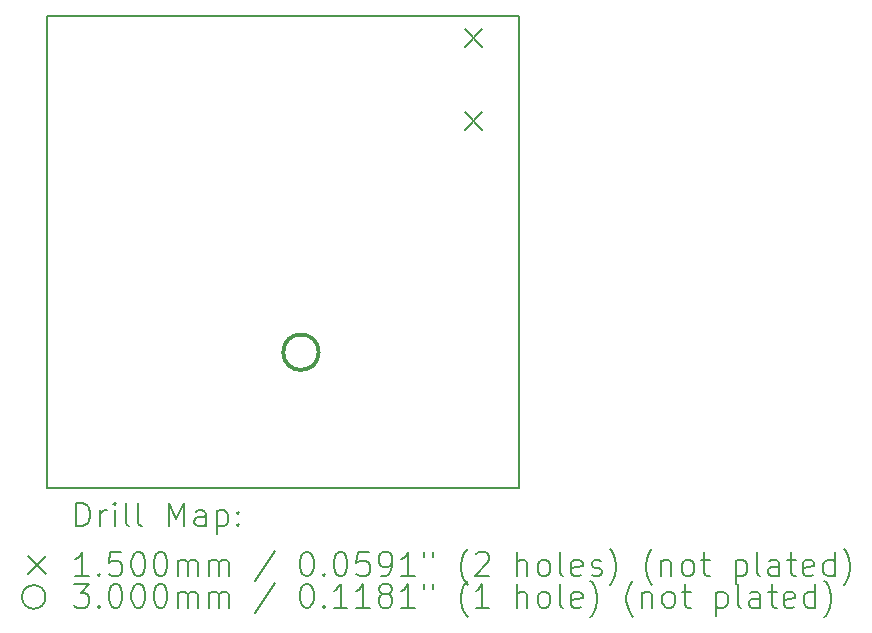
<source format=gbr>
%TF.GenerationSoftware,KiCad,Pcbnew,9.0.2*%
%TF.CreationDate,2025-07-15T04:36:49-04:00*%
%TF.ProjectId,FBT,4642542e-6b69-4636-9164-5f7063625858,rev?*%
%TF.SameCoordinates,Original*%
%TF.FileFunction,Drillmap*%
%TF.FilePolarity,Positive*%
%FSLAX45Y45*%
G04 Gerber Fmt 4.5, Leading zero omitted, Abs format (unit mm)*
G04 Created by KiCad (PCBNEW 9.0.2) date 2025-07-15 04:36:49*
%MOMM*%
%LPD*%
G01*
G04 APERTURE LIST*
%ADD10C,0.200000*%
%ADD11C,0.150000*%
%ADD12C,0.300000*%
G04 APERTURE END LIST*
D10*
X9700000Y-9572000D02*
X13700000Y-9572000D01*
X13700000Y-13572000D01*
X9700000Y-13572000D01*
X9700000Y-9572000D01*
D11*
X13237000Y-9685000D02*
X13387000Y-9835000D01*
X13387000Y-9685000D02*
X13237000Y-9835000D01*
X13237000Y-10385000D02*
X13387000Y-10535000D01*
X13387000Y-10385000D02*
X13237000Y-10535000D01*
D12*
X12002000Y-12420000D02*
G75*
G02*
X11702000Y-12420000I-150000J0D01*
G01*
X11702000Y-12420000D02*
G75*
G02*
X12002000Y-12420000I150000J0D01*
G01*
D10*
X9950777Y-13893484D02*
X9950777Y-13693484D01*
X9950777Y-13693484D02*
X9998396Y-13693484D01*
X9998396Y-13693484D02*
X10026967Y-13703008D01*
X10026967Y-13703008D02*
X10046015Y-13722055D01*
X10046015Y-13722055D02*
X10055539Y-13741103D01*
X10055539Y-13741103D02*
X10065063Y-13779198D01*
X10065063Y-13779198D02*
X10065063Y-13807769D01*
X10065063Y-13807769D02*
X10055539Y-13845865D01*
X10055539Y-13845865D02*
X10046015Y-13864912D01*
X10046015Y-13864912D02*
X10026967Y-13883960D01*
X10026967Y-13883960D02*
X9998396Y-13893484D01*
X9998396Y-13893484D02*
X9950777Y-13893484D01*
X10150777Y-13893484D02*
X10150777Y-13760150D01*
X10150777Y-13798246D02*
X10160301Y-13779198D01*
X10160301Y-13779198D02*
X10169824Y-13769674D01*
X10169824Y-13769674D02*
X10188872Y-13760150D01*
X10188872Y-13760150D02*
X10207920Y-13760150D01*
X10274586Y-13893484D02*
X10274586Y-13760150D01*
X10274586Y-13693484D02*
X10265063Y-13703008D01*
X10265063Y-13703008D02*
X10274586Y-13712531D01*
X10274586Y-13712531D02*
X10284110Y-13703008D01*
X10284110Y-13703008D02*
X10274586Y-13693484D01*
X10274586Y-13693484D02*
X10274586Y-13712531D01*
X10398396Y-13893484D02*
X10379348Y-13883960D01*
X10379348Y-13883960D02*
X10369824Y-13864912D01*
X10369824Y-13864912D02*
X10369824Y-13693484D01*
X10503158Y-13893484D02*
X10484110Y-13883960D01*
X10484110Y-13883960D02*
X10474586Y-13864912D01*
X10474586Y-13864912D02*
X10474586Y-13693484D01*
X10731729Y-13893484D02*
X10731729Y-13693484D01*
X10731729Y-13693484D02*
X10798396Y-13836341D01*
X10798396Y-13836341D02*
X10865063Y-13693484D01*
X10865063Y-13693484D02*
X10865063Y-13893484D01*
X11046015Y-13893484D02*
X11046015Y-13788722D01*
X11046015Y-13788722D02*
X11036491Y-13769674D01*
X11036491Y-13769674D02*
X11017444Y-13760150D01*
X11017444Y-13760150D02*
X10979348Y-13760150D01*
X10979348Y-13760150D02*
X10960301Y-13769674D01*
X11046015Y-13883960D02*
X11026967Y-13893484D01*
X11026967Y-13893484D02*
X10979348Y-13893484D01*
X10979348Y-13893484D02*
X10960301Y-13883960D01*
X10960301Y-13883960D02*
X10950777Y-13864912D01*
X10950777Y-13864912D02*
X10950777Y-13845865D01*
X10950777Y-13845865D02*
X10960301Y-13826817D01*
X10960301Y-13826817D02*
X10979348Y-13817293D01*
X10979348Y-13817293D02*
X11026967Y-13817293D01*
X11026967Y-13817293D02*
X11046015Y-13807769D01*
X11141253Y-13760150D02*
X11141253Y-13960150D01*
X11141253Y-13769674D02*
X11160301Y-13760150D01*
X11160301Y-13760150D02*
X11198396Y-13760150D01*
X11198396Y-13760150D02*
X11217443Y-13769674D01*
X11217443Y-13769674D02*
X11226967Y-13779198D01*
X11226967Y-13779198D02*
X11236491Y-13798246D01*
X11236491Y-13798246D02*
X11236491Y-13855388D01*
X11236491Y-13855388D02*
X11226967Y-13874436D01*
X11226967Y-13874436D02*
X11217443Y-13883960D01*
X11217443Y-13883960D02*
X11198396Y-13893484D01*
X11198396Y-13893484D02*
X11160301Y-13893484D01*
X11160301Y-13893484D02*
X11141253Y-13883960D01*
X11322205Y-13874436D02*
X11331729Y-13883960D01*
X11331729Y-13883960D02*
X11322205Y-13893484D01*
X11322205Y-13893484D02*
X11312682Y-13883960D01*
X11312682Y-13883960D02*
X11322205Y-13874436D01*
X11322205Y-13874436D02*
X11322205Y-13893484D01*
X11322205Y-13769674D02*
X11331729Y-13779198D01*
X11331729Y-13779198D02*
X11322205Y-13788722D01*
X11322205Y-13788722D02*
X11312682Y-13779198D01*
X11312682Y-13779198D02*
X11322205Y-13769674D01*
X11322205Y-13769674D02*
X11322205Y-13788722D01*
D11*
X9540000Y-14147000D02*
X9690000Y-14297000D01*
X9690000Y-14147000D02*
X9540000Y-14297000D01*
D10*
X10055539Y-14313484D02*
X9941253Y-14313484D01*
X9998396Y-14313484D02*
X9998396Y-14113484D01*
X9998396Y-14113484D02*
X9979348Y-14142055D01*
X9979348Y-14142055D02*
X9960301Y-14161103D01*
X9960301Y-14161103D02*
X9941253Y-14170627D01*
X10141253Y-14294436D02*
X10150777Y-14303960D01*
X10150777Y-14303960D02*
X10141253Y-14313484D01*
X10141253Y-14313484D02*
X10131729Y-14303960D01*
X10131729Y-14303960D02*
X10141253Y-14294436D01*
X10141253Y-14294436D02*
X10141253Y-14313484D01*
X10331729Y-14113484D02*
X10236491Y-14113484D01*
X10236491Y-14113484D02*
X10226967Y-14208722D01*
X10226967Y-14208722D02*
X10236491Y-14199198D01*
X10236491Y-14199198D02*
X10255539Y-14189674D01*
X10255539Y-14189674D02*
X10303158Y-14189674D01*
X10303158Y-14189674D02*
X10322205Y-14199198D01*
X10322205Y-14199198D02*
X10331729Y-14208722D01*
X10331729Y-14208722D02*
X10341253Y-14227769D01*
X10341253Y-14227769D02*
X10341253Y-14275388D01*
X10341253Y-14275388D02*
X10331729Y-14294436D01*
X10331729Y-14294436D02*
X10322205Y-14303960D01*
X10322205Y-14303960D02*
X10303158Y-14313484D01*
X10303158Y-14313484D02*
X10255539Y-14313484D01*
X10255539Y-14313484D02*
X10236491Y-14303960D01*
X10236491Y-14303960D02*
X10226967Y-14294436D01*
X10465063Y-14113484D02*
X10484110Y-14113484D01*
X10484110Y-14113484D02*
X10503158Y-14123008D01*
X10503158Y-14123008D02*
X10512682Y-14132531D01*
X10512682Y-14132531D02*
X10522205Y-14151579D01*
X10522205Y-14151579D02*
X10531729Y-14189674D01*
X10531729Y-14189674D02*
X10531729Y-14237293D01*
X10531729Y-14237293D02*
X10522205Y-14275388D01*
X10522205Y-14275388D02*
X10512682Y-14294436D01*
X10512682Y-14294436D02*
X10503158Y-14303960D01*
X10503158Y-14303960D02*
X10484110Y-14313484D01*
X10484110Y-14313484D02*
X10465063Y-14313484D01*
X10465063Y-14313484D02*
X10446015Y-14303960D01*
X10446015Y-14303960D02*
X10436491Y-14294436D01*
X10436491Y-14294436D02*
X10426967Y-14275388D01*
X10426967Y-14275388D02*
X10417444Y-14237293D01*
X10417444Y-14237293D02*
X10417444Y-14189674D01*
X10417444Y-14189674D02*
X10426967Y-14151579D01*
X10426967Y-14151579D02*
X10436491Y-14132531D01*
X10436491Y-14132531D02*
X10446015Y-14123008D01*
X10446015Y-14123008D02*
X10465063Y-14113484D01*
X10655539Y-14113484D02*
X10674586Y-14113484D01*
X10674586Y-14113484D02*
X10693634Y-14123008D01*
X10693634Y-14123008D02*
X10703158Y-14132531D01*
X10703158Y-14132531D02*
X10712682Y-14151579D01*
X10712682Y-14151579D02*
X10722205Y-14189674D01*
X10722205Y-14189674D02*
X10722205Y-14237293D01*
X10722205Y-14237293D02*
X10712682Y-14275388D01*
X10712682Y-14275388D02*
X10703158Y-14294436D01*
X10703158Y-14294436D02*
X10693634Y-14303960D01*
X10693634Y-14303960D02*
X10674586Y-14313484D01*
X10674586Y-14313484D02*
X10655539Y-14313484D01*
X10655539Y-14313484D02*
X10636491Y-14303960D01*
X10636491Y-14303960D02*
X10626967Y-14294436D01*
X10626967Y-14294436D02*
X10617444Y-14275388D01*
X10617444Y-14275388D02*
X10607920Y-14237293D01*
X10607920Y-14237293D02*
X10607920Y-14189674D01*
X10607920Y-14189674D02*
X10617444Y-14151579D01*
X10617444Y-14151579D02*
X10626967Y-14132531D01*
X10626967Y-14132531D02*
X10636491Y-14123008D01*
X10636491Y-14123008D02*
X10655539Y-14113484D01*
X10807920Y-14313484D02*
X10807920Y-14180150D01*
X10807920Y-14199198D02*
X10817444Y-14189674D01*
X10817444Y-14189674D02*
X10836491Y-14180150D01*
X10836491Y-14180150D02*
X10865063Y-14180150D01*
X10865063Y-14180150D02*
X10884110Y-14189674D01*
X10884110Y-14189674D02*
X10893634Y-14208722D01*
X10893634Y-14208722D02*
X10893634Y-14313484D01*
X10893634Y-14208722D02*
X10903158Y-14189674D01*
X10903158Y-14189674D02*
X10922205Y-14180150D01*
X10922205Y-14180150D02*
X10950777Y-14180150D01*
X10950777Y-14180150D02*
X10969825Y-14189674D01*
X10969825Y-14189674D02*
X10979348Y-14208722D01*
X10979348Y-14208722D02*
X10979348Y-14313484D01*
X11074586Y-14313484D02*
X11074586Y-14180150D01*
X11074586Y-14199198D02*
X11084110Y-14189674D01*
X11084110Y-14189674D02*
X11103158Y-14180150D01*
X11103158Y-14180150D02*
X11131729Y-14180150D01*
X11131729Y-14180150D02*
X11150777Y-14189674D01*
X11150777Y-14189674D02*
X11160301Y-14208722D01*
X11160301Y-14208722D02*
X11160301Y-14313484D01*
X11160301Y-14208722D02*
X11169825Y-14189674D01*
X11169825Y-14189674D02*
X11188872Y-14180150D01*
X11188872Y-14180150D02*
X11217443Y-14180150D01*
X11217443Y-14180150D02*
X11236491Y-14189674D01*
X11236491Y-14189674D02*
X11246015Y-14208722D01*
X11246015Y-14208722D02*
X11246015Y-14313484D01*
X11636491Y-14103960D02*
X11465063Y-14361103D01*
X11893634Y-14113484D02*
X11912682Y-14113484D01*
X11912682Y-14113484D02*
X11931729Y-14123008D01*
X11931729Y-14123008D02*
X11941253Y-14132531D01*
X11941253Y-14132531D02*
X11950777Y-14151579D01*
X11950777Y-14151579D02*
X11960301Y-14189674D01*
X11960301Y-14189674D02*
X11960301Y-14237293D01*
X11960301Y-14237293D02*
X11950777Y-14275388D01*
X11950777Y-14275388D02*
X11941253Y-14294436D01*
X11941253Y-14294436D02*
X11931729Y-14303960D01*
X11931729Y-14303960D02*
X11912682Y-14313484D01*
X11912682Y-14313484D02*
X11893634Y-14313484D01*
X11893634Y-14313484D02*
X11874586Y-14303960D01*
X11874586Y-14303960D02*
X11865063Y-14294436D01*
X11865063Y-14294436D02*
X11855539Y-14275388D01*
X11855539Y-14275388D02*
X11846015Y-14237293D01*
X11846015Y-14237293D02*
X11846015Y-14189674D01*
X11846015Y-14189674D02*
X11855539Y-14151579D01*
X11855539Y-14151579D02*
X11865063Y-14132531D01*
X11865063Y-14132531D02*
X11874586Y-14123008D01*
X11874586Y-14123008D02*
X11893634Y-14113484D01*
X12046015Y-14294436D02*
X12055539Y-14303960D01*
X12055539Y-14303960D02*
X12046015Y-14313484D01*
X12046015Y-14313484D02*
X12036491Y-14303960D01*
X12036491Y-14303960D02*
X12046015Y-14294436D01*
X12046015Y-14294436D02*
X12046015Y-14313484D01*
X12179348Y-14113484D02*
X12198396Y-14113484D01*
X12198396Y-14113484D02*
X12217444Y-14123008D01*
X12217444Y-14123008D02*
X12226967Y-14132531D01*
X12226967Y-14132531D02*
X12236491Y-14151579D01*
X12236491Y-14151579D02*
X12246015Y-14189674D01*
X12246015Y-14189674D02*
X12246015Y-14237293D01*
X12246015Y-14237293D02*
X12236491Y-14275388D01*
X12236491Y-14275388D02*
X12226967Y-14294436D01*
X12226967Y-14294436D02*
X12217444Y-14303960D01*
X12217444Y-14303960D02*
X12198396Y-14313484D01*
X12198396Y-14313484D02*
X12179348Y-14313484D01*
X12179348Y-14313484D02*
X12160301Y-14303960D01*
X12160301Y-14303960D02*
X12150777Y-14294436D01*
X12150777Y-14294436D02*
X12141253Y-14275388D01*
X12141253Y-14275388D02*
X12131729Y-14237293D01*
X12131729Y-14237293D02*
X12131729Y-14189674D01*
X12131729Y-14189674D02*
X12141253Y-14151579D01*
X12141253Y-14151579D02*
X12150777Y-14132531D01*
X12150777Y-14132531D02*
X12160301Y-14123008D01*
X12160301Y-14123008D02*
X12179348Y-14113484D01*
X12426967Y-14113484D02*
X12331729Y-14113484D01*
X12331729Y-14113484D02*
X12322206Y-14208722D01*
X12322206Y-14208722D02*
X12331729Y-14199198D01*
X12331729Y-14199198D02*
X12350777Y-14189674D01*
X12350777Y-14189674D02*
X12398396Y-14189674D01*
X12398396Y-14189674D02*
X12417444Y-14199198D01*
X12417444Y-14199198D02*
X12426967Y-14208722D01*
X12426967Y-14208722D02*
X12436491Y-14227769D01*
X12436491Y-14227769D02*
X12436491Y-14275388D01*
X12436491Y-14275388D02*
X12426967Y-14294436D01*
X12426967Y-14294436D02*
X12417444Y-14303960D01*
X12417444Y-14303960D02*
X12398396Y-14313484D01*
X12398396Y-14313484D02*
X12350777Y-14313484D01*
X12350777Y-14313484D02*
X12331729Y-14303960D01*
X12331729Y-14303960D02*
X12322206Y-14294436D01*
X12531729Y-14313484D02*
X12569825Y-14313484D01*
X12569825Y-14313484D02*
X12588872Y-14303960D01*
X12588872Y-14303960D02*
X12598396Y-14294436D01*
X12598396Y-14294436D02*
X12617444Y-14265865D01*
X12617444Y-14265865D02*
X12626967Y-14227769D01*
X12626967Y-14227769D02*
X12626967Y-14151579D01*
X12626967Y-14151579D02*
X12617444Y-14132531D01*
X12617444Y-14132531D02*
X12607920Y-14123008D01*
X12607920Y-14123008D02*
X12588872Y-14113484D01*
X12588872Y-14113484D02*
X12550777Y-14113484D01*
X12550777Y-14113484D02*
X12531729Y-14123008D01*
X12531729Y-14123008D02*
X12522206Y-14132531D01*
X12522206Y-14132531D02*
X12512682Y-14151579D01*
X12512682Y-14151579D02*
X12512682Y-14199198D01*
X12512682Y-14199198D02*
X12522206Y-14218246D01*
X12522206Y-14218246D02*
X12531729Y-14227769D01*
X12531729Y-14227769D02*
X12550777Y-14237293D01*
X12550777Y-14237293D02*
X12588872Y-14237293D01*
X12588872Y-14237293D02*
X12607920Y-14227769D01*
X12607920Y-14227769D02*
X12617444Y-14218246D01*
X12617444Y-14218246D02*
X12626967Y-14199198D01*
X12817444Y-14313484D02*
X12703158Y-14313484D01*
X12760301Y-14313484D02*
X12760301Y-14113484D01*
X12760301Y-14113484D02*
X12741253Y-14142055D01*
X12741253Y-14142055D02*
X12722206Y-14161103D01*
X12722206Y-14161103D02*
X12703158Y-14170627D01*
X12893634Y-14113484D02*
X12893634Y-14151579D01*
X12969825Y-14113484D02*
X12969825Y-14151579D01*
X13265063Y-14389674D02*
X13255539Y-14380150D01*
X13255539Y-14380150D02*
X13236491Y-14351579D01*
X13236491Y-14351579D02*
X13226968Y-14332531D01*
X13226968Y-14332531D02*
X13217444Y-14303960D01*
X13217444Y-14303960D02*
X13207920Y-14256341D01*
X13207920Y-14256341D02*
X13207920Y-14218246D01*
X13207920Y-14218246D02*
X13217444Y-14170627D01*
X13217444Y-14170627D02*
X13226968Y-14142055D01*
X13226968Y-14142055D02*
X13236491Y-14123008D01*
X13236491Y-14123008D02*
X13255539Y-14094436D01*
X13255539Y-14094436D02*
X13265063Y-14084912D01*
X13331729Y-14132531D02*
X13341253Y-14123008D01*
X13341253Y-14123008D02*
X13360301Y-14113484D01*
X13360301Y-14113484D02*
X13407920Y-14113484D01*
X13407920Y-14113484D02*
X13426968Y-14123008D01*
X13426968Y-14123008D02*
X13436491Y-14132531D01*
X13436491Y-14132531D02*
X13446015Y-14151579D01*
X13446015Y-14151579D02*
X13446015Y-14170627D01*
X13446015Y-14170627D02*
X13436491Y-14199198D01*
X13436491Y-14199198D02*
X13322206Y-14313484D01*
X13322206Y-14313484D02*
X13446015Y-14313484D01*
X13684110Y-14313484D02*
X13684110Y-14113484D01*
X13769825Y-14313484D02*
X13769825Y-14208722D01*
X13769825Y-14208722D02*
X13760301Y-14189674D01*
X13760301Y-14189674D02*
X13741253Y-14180150D01*
X13741253Y-14180150D02*
X13712682Y-14180150D01*
X13712682Y-14180150D02*
X13693634Y-14189674D01*
X13693634Y-14189674D02*
X13684110Y-14199198D01*
X13893634Y-14313484D02*
X13874587Y-14303960D01*
X13874587Y-14303960D02*
X13865063Y-14294436D01*
X13865063Y-14294436D02*
X13855539Y-14275388D01*
X13855539Y-14275388D02*
X13855539Y-14218246D01*
X13855539Y-14218246D02*
X13865063Y-14199198D01*
X13865063Y-14199198D02*
X13874587Y-14189674D01*
X13874587Y-14189674D02*
X13893634Y-14180150D01*
X13893634Y-14180150D02*
X13922206Y-14180150D01*
X13922206Y-14180150D02*
X13941253Y-14189674D01*
X13941253Y-14189674D02*
X13950777Y-14199198D01*
X13950777Y-14199198D02*
X13960301Y-14218246D01*
X13960301Y-14218246D02*
X13960301Y-14275388D01*
X13960301Y-14275388D02*
X13950777Y-14294436D01*
X13950777Y-14294436D02*
X13941253Y-14303960D01*
X13941253Y-14303960D02*
X13922206Y-14313484D01*
X13922206Y-14313484D02*
X13893634Y-14313484D01*
X14074587Y-14313484D02*
X14055539Y-14303960D01*
X14055539Y-14303960D02*
X14046015Y-14284912D01*
X14046015Y-14284912D02*
X14046015Y-14113484D01*
X14226968Y-14303960D02*
X14207920Y-14313484D01*
X14207920Y-14313484D02*
X14169825Y-14313484D01*
X14169825Y-14313484D02*
X14150777Y-14303960D01*
X14150777Y-14303960D02*
X14141253Y-14284912D01*
X14141253Y-14284912D02*
X14141253Y-14208722D01*
X14141253Y-14208722D02*
X14150777Y-14189674D01*
X14150777Y-14189674D02*
X14169825Y-14180150D01*
X14169825Y-14180150D02*
X14207920Y-14180150D01*
X14207920Y-14180150D02*
X14226968Y-14189674D01*
X14226968Y-14189674D02*
X14236491Y-14208722D01*
X14236491Y-14208722D02*
X14236491Y-14227769D01*
X14236491Y-14227769D02*
X14141253Y-14246817D01*
X14312682Y-14303960D02*
X14331730Y-14313484D01*
X14331730Y-14313484D02*
X14369825Y-14313484D01*
X14369825Y-14313484D02*
X14388872Y-14303960D01*
X14388872Y-14303960D02*
X14398396Y-14284912D01*
X14398396Y-14284912D02*
X14398396Y-14275388D01*
X14398396Y-14275388D02*
X14388872Y-14256341D01*
X14388872Y-14256341D02*
X14369825Y-14246817D01*
X14369825Y-14246817D02*
X14341253Y-14246817D01*
X14341253Y-14246817D02*
X14322206Y-14237293D01*
X14322206Y-14237293D02*
X14312682Y-14218246D01*
X14312682Y-14218246D02*
X14312682Y-14208722D01*
X14312682Y-14208722D02*
X14322206Y-14189674D01*
X14322206Y-14189674D02*
X14341253Y-14180150D01*
X14341253Y-14180150D02*
X14369825Y-14180150D01*
X14369825Y-14180150D02*
X14388872Y-14189674D01*
X14465063Y-14389674D02*
X14474587Y-14380150D01*
X14474587Y-14380150D02*
X14493634Y-14351579D01*
X14493634Y-14351579D02*
X14503158Y-14332531D01*
X14503158Y-14332531D02*
X14512682Y-14303960D01*
X14512682Y-14303960D02*
X14522206Y-14256341D01*
X14522206Y-14256341D02*
X14522206Y-14218246D01*
X14522206Y-14218246D02*
X14512682Y-14170627D01*
X14512682Y-14170627D02*
X14503158Y-14142055D01*
X14503158Y-14142055D02*
X14493634Y-14123008D01*
X14493634Y-14123008D02*
X14474587Y-14094436D01*
X14474587Y-14094436D02*
X14465063Y-14084912D01*
X14826968Y-14389674D02*
X14817444Y-14380150D01*
X14817444Y-14380150D02*
X14798396Y-14351579D01*
X14798396Y-14351579D02*
X14788872Y-14332531D01*
X14788872Y-14332531D02*
X14779349Y-14303960D01*
X14779349Y-14303960D02*
X14769825Y-14256341D01*
X14769825Y-14256341D02*
X14769825Y-14218246D01*
X14769825Y-14218246D02*
X14779349Y-14170627D01*
X14779349Y-14170627D02*
X14788872Y-14142055D01*
X14788872Y-14142055D02*
X14798396Y-14123008D01*
X14798396Y-14123008D02*
X14817444Y-14094436D01*
X14817444Y-14094436D02*
X14826968Y-14084912D01*
X14903158Y-14180150D02*
X14903158Y-14313484D01*
X14903158Y-14199198D02*
X14912682Y-14189674D01*
X14912682Y-14189674D02*
X14931730Y-14180150D01*
X14931730Y-14180150D02*
X14960301Y-14180150D01*
X14960301Y-14180150D02*
X14979349Y-14189674D01*
X14979349Y-14189674D02*
X14988872Y-14208722D01*
X14988872Y-14208722D02*
X14988872Y-14313484D01*
X15112682Y-14313484D02*
X15093634Y-14303960D01*
X15093634Y-14303960D02*
X15084111Y-14294436D01*
X15084111Y-14294436D02*
X15074587Y-14275388D01*
X15074587Y-14275388D02*
X15074587Y-14218246D01*
X15074587Y-14218246D02*
X15084111Y-14199198D01*
X15084111Y-14199198D02*
X15093634Y-14189674D01*
X15093634Y-14189674D02*
X15112682Y-14180150D01*
X15112682Y-14180150D02*
X15141253Y-14180150D01*
X15141253Y-14180150D02*
X15160301Y-14189674D01*
X15160301Y-14189674D02*
X15169825Y-14199198D01*
X15169825Y-14199198D02*
X15179349Y-14218246D01*
X15179349Y-14218246D02*
X15179349Y-14275388D01*
X15179349Y-14275388D02*
X15169825Y-14294436D01*
X15169825Y-14294436D02*
X15160301Y-14303960D01*
X15160301Y-14303960D02*
X15141253Y-14313484D01*
X15141253Y-14313484D02*
X15112682Y-14313484D01*
X15236492Y-14180150D02*
X15312682Y-14180150D01*
X15265063Y-14113484D02*
X15265063Y-14284912D01*
X15265063Y-14284912D02*
X15274587Y-14303960D01*
X15274587Y-14303960D02*
X15293634Y-14313484D01*
X15293634Y-14313484D02*
X15312682Y-14313484D01*
X15531730Y-14180150D02*
X15531730Y-14380150D01*
X15531730Y-14189674D02*
X15550777Y-14180150D01*
X15550777Y-14180150D02*
X15588873Y-14180150D01*
X15588873Y-14180150D02*
X15607920Y-14189674D01*
X15607920Y-14189674D02*
X15617444Y-14199198D01*
X15617444Y-14199198D02*
X15626968Y-14218246D01*
X15626968Y-14218246D02*
X15626968Y-14275388D01*
X15626968Y-14275388D02*
X15617444Y-14294436D01*
X15617444Y-14294436D02*
X15607920Y-14303960D01*
X15607920Y-14303960D02*
X15588873Y-14313484D01*
X15588873Y-14313484D02*
X15550777Y-14313484D01*
X15550777Y-14313484D02*
X15531730Y-14303960D01*
X15741253Y-14313484D02*
X15722206Y-14303960D01*
X15722206Y-14303960D02*
X15712682Y-14284912D01*
X15712682Y-14284912D02*
X15712682Y-14113484D01*
X15903158Y-14313484D02*
X15903158Y-14208722D01*
X15903158Y-14208722D02*
X15893634Y-14189674D01*
X15893634Y-14189674D02*
X15874587Y-14180150D01*
X15874587Y-14180150D02*
X15836492Y-14180150D01*
X15836492Y-14180150D02*
X15817444Y-14189674D01*
X15903158Y-14303960D02*
X15884111Y-14313484D01*
X15884111Y-14313484D02*
X15836492Y-14313484D01*
X15836492Y-14313484D02*
X15817444Y-14303960D01*
X15817444Y-14303960D02*
X15807920Y-14284912D01*
X15807920Y-14284912D02*
X15807920Y-14265865D01*
X15807920Y-14265865D02*
X15817444Y-14246817D01*
X15817444Y-14246817D02*
X15836492Y-14237293D01*
X15836492Y-14237293D02*
X15884111Y-14237293D01*
X15884111Y-14237293D02*
X15903158Y-14227769D01*
X15969825Y-14180150D02*
X16046015Y-14180150D01*
X15998396Y-14113484D02*
X15998396Y-14284912D01*
X15998396Y-14284912D02*
X16007920Y-14303960D01*
X16007920Y-14303960D02*
X16026968Y-14313484D01*
X16026968Y-14313484D02*
X16046015Y-14313484D01*
X16188873Y-14303960D02*
X16169825Y-14313484D01*
X16169825Y-14313484D02*
X16131730Y-14313484D01*
X16131730Y-14313484D02*
X16112682Y-14303960D01*
X16112682Y-14303960D02*
X16103158Y-14284912D01*
X16103158Y-14284912D02*
X16103158Y-14208722D01*
X16103158Y-14208722D02*
X16112682Y-14189674D01*
X16112682Y-14189674D02*
X16131730Y-14180150D01*
X16131730Y-14180150D02*
X16169825Y-14180150D01*
X16169825Y-14180150D02*
X16188873Y-14189674D01*
X16188873Y-14189674D02*
X16198396Y-14208722D01*
X16198396Y-14208722D02*
X16198396Y-14227769D01*
X16198396Y-14227769D02*
X16103158Y-14246817D01*
X16369825Y-14313484D02*
X16369825Y-14113484D01*
X16369825Y-14303960D02*
X16350777Y-14313484D01*
X16350777Y-14313484D02*
X16312682Y-14313484D01*
X16312682Y-14313484D02*
X16293634Y-14303960D01*
X16293634Y-14303960D02*
X16284111Y-14294436D01*
X16284111Y-14294436D02*
X16274587Y-14275388D01*
X16274587Y-14275388D02*
X16274587Y-14218246D01*
X16274587Y-14218246D02*
X16284111Y-14199198D01*
X16284111Y-14199198D02*
X16293634Y-14189674D01*
X16293634Y-14189674D02*
X16312682Y-14180150D01*
X16312682Y-14180150D02*
X16350777Y-14180150D01*
X16350777Y-14180150D02*
X16369825Y-14189674D01*
X16446015Y-14389674D02*
X16455539Y-14380150D01*
X16455539Y-14380150D02*
X16474587Y-14351579D01*
X16474587Y-14351579D02*
X16484111Y-14332531D01*
X16484111Y-14332531D02*
X16493634Y-14303960D01*
X16493634Y-14303960D02*
X16503158Y-14256341D01*
X16503158Y-14256341D02*
X16503158Y-14218246D01*
X16503158Y-14218246D02*
X16493634Y-14170627D01*
X16493634Y-14170627D02*
X16484111Y-14142055D01*
X16484111Y-14142055D02*
X16474587Y-14123008D01*
X16474587Y-14123008D02*
X16455539Y-14094436D01*
X16455539Y-14094436D02*
X16446015Y-14084912D01*
X9690000Y-14492000D02*
G75*
G02*
X9490000Y-14492000I-100000J0D01*
G01*
X9490000Y-14492000D02*
G75*
G02*
X9690000Y-14492000I100000J0D01*
G01*
X9931729Y-14383484D02*
X10055539Y-14383484D01*
X10055539Y-14383484D02*
X9988872Y-14459674D01*
X9988872Y-14459674D02*
X10017444Y-14459674D01*
X10017444Y-14459674D02*
X10036491Y-14469198D01*
X10036491Y-14469198D02*
X10046015Y-14478722D01*
X10046015Y-14478722D02*
X10055539Y-14497769D01*
X10055539Y-14497769D02*
X10055539Y-14545388D01*
X10055539Y-14545388D02*
X10046015Y-14564436D01*
X10046015Y-14564436D02*
X10036491Y-14573960D01*
X10036491Y-14573960D02*
X10017444Y-14583484D01*
X10017444Y-14583484D02*
X9960301Y-14583484D01*
X9960301Y-14583484D02*
X9941253Y-14573960D01*
X9941253Y-14573960D02*
X9931729Y-14564436D01*
X10141253Y-14564436D02*
X10150777Y-14573960D01*
X10150777Y-14573960D02*
X10141253Y-14583484D01*
X10141253Y-14583484D02*
X10131729Y-14573960D01*
X10131729Y-14573960D02*
X10141253Y-14564436D01*
X10141253Y-14564436D02*
X10141253Y-14583484D01*
X10274586Y-14383484D02*
X10293634Y-14383484D01*
X10293634Y-14383484D02*
X10312682Y-14393008D01*
X10312682Y-14393008D02*
X10322205Y-14402531D01*
X10322205Y-14402531D02*
X10331729Y-14421579D01*
X10331729Y-14421579D02*
X10341253Y-14459674D01*
X10341253Y-14459674D02*
X10341253Y-14507293D01*
X10341253Y-14507293D02*
X10331729Y-14545388D01*
X10331729Y-14545388D02*
X10322205Y-14564436D01*
X10322205Y-14564436D02*
X10312682Y-14573960D01*
X10312682Y-14573960D02*
X10293634Y-14583484D01*
X10293634Y-14583484D02*
X10274586Y-14583484D01*
X10274586Y-14583484D02*
X10255539Y-14573960D01*
X10255539Y-14573960D02*
X10246015Y-14564436D01*
X10246015Y-14564436D02*
X10236491Y-14545388D01*
X10236491Y-14545388D02*
X10226967Y-14507293D01*
X10226967Y-14507293D02*
X10226967Y-14459674D01*
X10226967Y-14459674D02*
X10236491Y-14421579D01*
X10236491Y-14421579D02*
X10246015Y-14402531D01*
X10246015Y-14402531D02*
X10255539Y-14393008D01*
X10255539Y-14393008D02*
X10274586Y-14383484D01*
X10465063Y-14383484D02*
X10484110Y-14383484D01*
X10484110Y-14383484D02*
X10503158Y-14393008D01*
X10503158Y-14393008D02*
X10512682Y-14402531D01*
X10512682Y-14402531D02*
X10522205Y-14421579D01*
X10522205Y-14421579D02*
X10531729Y-14459674D01*
X10531729Y-14459674D02*
X10531729Y-14507293D01*
X10531729Y-14507293D02*
X10522205Y-14545388D01*
X10522205Y-14545388D02*
X10512682Y-14564436D01*
X10512682Y-14564436D02*
X10503158Y-14573960D01*
X10503158Y-14573960D02*
X10484110Y-14583484D01*
X10484110Y-14583484D02*
X10465063Y-14583484D01*
X10465063Y-14583484D02*
X10446015Y-14573960D01*
X10446015Y-14573960D02*
X10436491Y-14564436D01*
X10436491Y-14564436D02*
X10426967Y-14545388D01*
X10426967Y-14545388D02*
X10417444Y-14507293D01*
X10417444Y-14507293D02*
X10417444Y-14459674D01*
X10417444Y-14459674D02*
X10426967Y-14421579D01*
X10426967Y-14421579D02*
X10436491Y-14402531D01*
X10436491Y-14402531D02*
X10446015Y-14393008D01*
X10446015Y-14393008D02*
X10465063Y-14383484D01*
X10655539Y-14383484D02*
X10674586Y-14383484D01*
X10674586Y-14383484D02*
X10693634Y-14393008D01*
X10693634Y-14393008D02*
X10703158Y-14402531D01*
X10703158Y-14402531D02*
X10712682Y-14421579D01*
X10712682Y-14421579D02*
X10722205Y-14459674D01*
X10722205Y-14459674D02*
X10722205Y-14507293D01*
X10722205Y-14507293D02*
X10712682Y-14545388D01*
X10712682Y-14545388D02*
X10703158Y-14564436D01*
X10703158Y-14564436D02*
X10693634Y-14573960D01*
X10693634Y-14573960D02*
X10674586Y-14583484D01*
X10674586Y-14583484D02*
X10655539Y-14583484D01*
X10655539Y-14583484D02*
X10636491Y-14573960D01*
X10636491Y-14573960D02*
X10626967Y-14564436D01*
X10626967Y-14564436D02*
X10617444Y-14545388D01*
X10617444Y-14545388D02*
X10607920Y-14507293D01*
X10607920Y-14507293D02*
X10607920Y-14459674D01*
X10607920Y-14459674D02*
X10617444Y-14421579D01*
X10617444Y-14421579D02*
X10626967Y-14402531D01*
X10626967Y-14402531D02*
X10636491Y-14393008D01*
X10636491Y-14393008D02*
X10655539Y-14383484D01*
X10807920Y-14583484D02*
X10807920Y-14450150D01*
X10807920Y-14469198D02*
X10817444Y-14459674D01*
X10817444Y-14459674D02*
X10836491Y-14450150D01*
X10836491Y-14450150D02*
X10865063Y-14450150D01*
X10865063Y-14450150D02*
X10884110Y-14459674D01*
X10884110Y-14459674D02*
X10893634Y-14478722D01*
X10893634Y-14478722D02*
X10893634Y-14583484D01*
X10893634Y-14478722D02*
X10903158Y-14459674D01*
X10903158Y-14459674D02*
X10922205Y-14450150D01*
X10922205Y-14450150D02*
X10950777Y-14450150D01*
X10950777Y-14450150D02*
X10969825Y-14459674D01*
X10969825Y-14459674D02*
X10979348Y-14478722D01*
X10979348Y-14478722D02*
X10979348Y-14583484D01*
X11074586Y-14583484D02*
X11074586Y-14450150D01*
X11074586Y-14469198D02*
X11084110Y-14459674D01*
X11084110Y-14459674D02*
X11103158Y-14450150D01*
X11103158Y-14450150D02*
X11131729Y-14450150D01*
X11131729Y-14450150D02*
X11150777Y-14459674D01*
X11150777Y-14459674D02*
X11160301Y-14478722D01*
X11160301Y-14478722D02*
X11160301Y-14583484D01*
X11160301Y-14478722D02*
X11169825Y-14459674D01*
X11169825Y-14459674D02*
X11188872Y-14450150D01*
X11188872Y-14450150D02*
X11217443Y-14450150D01*
X11217443Y-14450150D02*
X11236491Y-14459674D01*
X11236491Y-14459674D02*
X11246015Y-14478722D01*
X11246015Y-14478722D02*
X11246015Y-14583484D01*
X11636491Y-14373960D02*
X11465063Y-14631103D01*
X11893634Y-14383484D02*
X11912682Y-14383484D01*
X11912682Y-14383484D02*
X11931729Y-14393008D01*
X11931729Y-14393008D02*
X11941253Y-14402531D01*
X11941253Y-14402531D02*
X11950777Y-14421579D01*
X11950777Y-14421579D02*
X11960301Y-14459674D01*
X11960301Y-14459674D02*
X11960301Y-14507293D01*
X11960301Y-14507293D02*
X11950777Y-14545388D01*
X11950777Y-14545388D02*
X11941253Y-14564436D01*
X11941253Y-14564436D02*
X11931729Y-14573960D01*
X11931729Y-14573960D02*
X11912682Y-14583484D01*
X11912682Y-14583484D02*
X11893634Y-14583484D01*
X11893634Y-14583484D02*
X11874586Y-14573960D01*
X11874586Y-14573960D02*
X11865063Y-14564436D01*
X11865063Y-14564436D02*
X11855539Y-14545388D01*
X11855539Y-14545388D02*
X11846015Y-14507293D01*
X11846015Y-14507293D02*
X11846015Y-14459674D01*
X11846015Y-14459674D02*
X11855539Y-14421579D01*
X11855539Y-14421579D02*
X11865063Y-14402531D01*
X11865063Y-14402531D02*
X11874586Y-14393008D01*
X11874586Y-14393008D02*
X11893634Y-14383484D01*
X12046015Y-14564436D02*
X12055539Y-14573960D01*
X12055539Y-14573960D02*
X12046015Y-14583484D01*
X12046015Y-14583484D02*
X12036491Y-14573960D01*
X12036491Y-14573960D02*
X12046015Y-14564436D01*
X12046015Y-14564436D02*
X12046015Y-14583484D01*
X12246015Y-14583484D02*
X12131729Y-14583484D01*
X12188872Y-14583484D02*
X12188872Y-14383484D01*
X12188872Y-14383484D02*
X12169825Y-14412055D01*
X12169825Y-14412055D02*
X12150777Y-14431103D01*
X12150777Y-14431103D02*
X12131729Y-14440627D01*
X12436491Y-14583484D02*
X12322206Y-14583484D01*
X12379348Y-14583484D02*
X12379348Y-14383484D01*
X12379348Y-14383484D02*
X12360301Y-14412055D01*
X12360301Y-14412055D02*
X12341253Y-14431103D01*
X12341253Y-14431103D02*
X12322206Y-14440627D01*
X12550777Y-14469198D02*
X12531729Y-14459674D01*
X12531729Y-14459674D02*
X12522206Y-14450150D01*
X12522206Y-14450150D02*
X12512682Y-14431103D01*
X12512682Y-14431103D02*
X12512682Y-14421579D01*
X12512682Y-14421579D02*
X12522206Y-14402531D01*
X12522206Y-14402531D02*
X12531729Y-14393008D01*
X12531729Y-14393008D02*
X12550777Y-14383484D01*
X12550777Y-14383484D02*
X12588872Y-14383484D01*
X12588872Y-14383484D02*
X12607920Y-14393008D01*
X12607920Y-14393008D02*
X12617444Y-14402531D01*
X12617444Y-14402531D02*
X12626967Y-14421579D01*
X12626967Y-14421579D02*
X12626967Y-14431103D01*
X12626967Y-14431103D02*
X12617444Y-14450150D01*
X12617444Y-14450150D02*
X12607920Y-14459674D01*
X12607920Y-14459674D02*
X12588872Y-14469198D01*
X12588872Y-14469198D02*
X12550777Y-14469198D01*
X12550777Y-14469198D02*
X12531729Y-14478722D01*
X12531729Y-14478722D02*
X12522206Y-14488246D01*
X12522206Y-14488246D02*
X12512682Y-14507293D01*
X12512682Y-14507293D02*
X12512682Y-14545388D01*
X12512682Y-14545388D02*
X12522206Y-14564436D01*
X12522206Y-14564436D02*
X12531729Y-14573960D01*
X12531729Y-14573960D02*
X12550777Y-14583484D01*
X12550777Y-14583484D02*
X12588872Y-14583484D01*
X12588872Y-14583484D02*
X12607920Y-14573960D01*
X12607920Y-14573960D02*
X12617444Y-14564436D01*
X12617444Y-14564436D02*
X12626967Y-14545388D01*
X12626967Y-14545388D02*
X12626967Y-14507293D01*
X12626967Y-14507293D02*
X12617444Y-14488246D01*
X12617444Y-14488246D02*
X12607920Y-14478722D01*
X12607920Y-14478722D02*
X12588872Y-14469198D01*
X12817444Y-14583484D02*
X12703158Y-14583484D01*
X12760301Y-14583484D02*
X12760301Y-14383484D01*
X12760301Y-14383484D02*
X12741253Y-14412055D01*
X12741253Y-14412055D02*
X12722206Y-14431103D01*
X12722206Y-14431103D02*
X12703158Y-14440627D01*
X12893634Y-14383484D02*
X12893634Y-14421579D01*
X12969825Y-14383484D02*
X12969825Y-14421579D01*
X13265063Y-14659674D02*
X13255539Y-14650150D01*
X13255539Y-14650150D02*
X13236491Y-14621579D01*
X13236491Y-14621579D02*
X13226968Y-14602531D01*
X13226968Y-14602531D02*
X13217444Y-14573960D01*
X13217444Y-14573960D02*
X13207920Y-14526341D01*
X13207920Y-14526341D02*
X13207920Y-14488246D01*
X13207920Y-14488246D02*
X13217444Y-14440627D01*
X13217444Y-14440627D02*
X13226968Y-14412055D01*
X13226968Y-14412055D02*
X13236491Y-14393008D01*
X13236491Y-14393008D02*
X13255539Y-14364436D01*
X13255539Y-14364436D02*
X13265063Y-14354912D01*
X13446015Y-14583484D02*
X13331729Y-14583484D01*
X13388872Y-14583484D02*
X13388872Y-14383484D01*
X13388872Y-14383484D02*
X13369825Y-14412055D01*
X13369825Y-14412055D02*
X13350777Y-14431103D01*
X13350777Y-14431103D02*
X13331729Y-14440627D01*
X13684110Y-14583484D02*
X13684110Y-14383484D01*
X13769825Y-14583484D02*
X13769825Y-14478722D01*
X13769825Y-14478722D02*
X13760301Y-14459674D01*
X13760301Y-14459674D02*
X13741253Y-14450150D01*
X13741253Y-14450150D02*
X13712682Y-14450150D01*
X13712682Y-14450150D02*
X13693634Y-14459674D01*
X13693634Y-14459674D02*
X13684110Y-14469198D01*
X13893634Y-14583484D02*
X13874587Y-14573960D01*
X13874587Y-14573960D02*
X13865063Y-14564436D01*
X13865063Y-14564436D02*
X13855539Y-14545388D01*
X13855539Y-14545388D02*
X13855539Y-14488246D01*
X13855539Y-14488246D02*
X13865063Y-14469198D01*
X13865063Y-14469198D02*
X13874587Y-14459674D01*
X13874587Y-14459674D02*
X13893634Y-14450150D01*
X13893634Y-14450150D02*
X13922206Y-14450150D01*
X13922206Y-14450150D02*
X13941253Y-14459674D01*
X13941253Y-14459674D02*
X13950777Y-14469198D01*
X13950777Y-14469198D02*
X13960301Y-14488246D01*
X13960301Y-14488246D02*
X13960301Y-14545388D01*
X13960301Y-14545388D02*
X13950777Y-14564436D01*
X13950777Y-14564436D02*
X13941253Y-14573960D01*
X13941253Y-14573960D02*
X13922206Y-14583484D01*
X13922206Y-14583484D02*
X13893634Y-14583484D01*
X14074587Y-14583484D02*
X14055539Y-14573960D01*
X14055539Y-14573960D02*
X14046015Y-14554912D01*
X14046015Y-14554912D02*
X14046015Y-14383484D01*
X14226968Y-14573960D02*
X14207920Y-14583484D01*
X14207920Y-14583484D02*
X14169825Y-14583484D01*
X14169825Y-14583484D02*
X14150777Y-14573960D01*
X14150777Y-14573960D02*
X14141253Y-14554912D01*
X14141253Y-14554912D02*
X14141253Y-14478722D01*
X14141253Y-14478722D02*
X14150777Y-14459674D01*
X14150777Y-14459674D02*
X14169825Y-14450150D01*
X14169825Y-14450150D02*
X14207920Y-14450150D01*
X14207920Y-14450150D02*
X14226968Y-14459674D01*
X14226968Y-14459674D02*
X14236491Y-14478722D01*
X14236491Y-14478722D02*
X14236491Y-14497769D01*
X14236491Y-14497769D02*
X14141253Y-14516817D01*
X14303158Y-14659674D02*
X14312682Y-14650150D01*
X14312682Y-14650150D02*
X14331730Y-14621579D01*
X14331730Y-14621579D02*
X14341253Y-14602531D01*
X14341253Y-14602531D02*
X14350777Y-14573960D01*
X14350777Y-14573960D02*
X14360301Y-14526341D01*
X14360301Y-14526341D02*
X14360301Y-14488246D01*
X14360301Y-14488246D02*
X14350777Y-14440627D01*
X14350777Y-14440627D02*
X14341253Y-14412055D01*
X14341253Y-14412055D02*
X14331730Y-14393008D01*
X14331730Y-14393008D02*
X14312682Y-14364436D01*
X14312682Y-14364436D02*
X14303158Y-14354912D01*
X14665063Y-14659674D02*
X14655539Y-14650150D01*
X14655539Y-14650150D02*
X14636491Y-14621579D01*
X14636491Y-14621579D02*
X14626968Y-14602531D01*
X14626968Y-14602531D02*
X14617444Y-14573960D01*
X14617444Y-14573960D02*
X14607920Y-14526341D01*
X14607920Y-14526341D02*
X14607920Y-14488246D01*
X14607920Y-14488246D02*
X14617444Y-14440627D01*
X14617444Y-14440627D02*
X14626968Y-14412055D01*
X14626968Y-14412055D02*
X14636491Y-14393008D01*
X14636491Y-14393008D02*
X14655539Y-14364436D01*
X14655539Y-14364436D02*
X14665063Y-14354912D01*
X14741253Y-14450150D02*
X14741253Y-14583484D01*
X14741253Y-14469198D02*
X14750777Y-14459674D01*
X14750777Y-14459674D02*
X14769825Y-14450150D01*
X14769825Y-14450150D02*
X14798396Y-14450150D01*
X14798396Y-14450150D02*
X14817444Y-14459674D01*
X14817444Y-14459674D02*
X14826968Y-14478722D01*
X14826968Y-14478722D02*
X14826968Y-14583484D01*
X14950777Y-14583484D02*
X14931730Y-14573960D01*
X14931730Y-14573960D02*
X14922206Y-14564436D01*
X14922206Y-14564436D02*
X14912682Y-14545388D01*
X14912682Y-14545388D02*
X14912682Y-14488246D01*
X14912682Y-14488246D02*
X14922206Y-14469198D01*
X14922206Y-14469198D02*
X14931730Y-14459674D01*
X14931730Y-14459674D02*
X14950777Y-14450150D01*
X14950777Y-14450150D02*
X14979349Y-14450150D01*
X14979349Y-14450150D02*
X14998396Y-14459674D01*
X14998396Y-14459674D02*
X15007920Y-14469198D01*
X15007920Y-14469198D02*
X15017444Y-14488246D01*
X15017444Y-14488246D02*
X15017444Y-14545388D01*
X15017444Y-14545388D02*
X15007920Y-14564436D01*
X15007920Y-14564436D02*
X14998396Y-14573960D01*
X14998396Y-14573960D02*
X14979349Y-14583484D01*
X14979349Y-14583484D02*
X14950777Y-14583484D01*
X15074587Y-14450150D02*
X15150777Y-14450150D01*
X15103158Y-14383484D02*
X15103158Y-14554912D01*
X15103158Y-14554912D02*
X15112682Y-14573960D01*
X15112682Y-14573960D02*
X15131730Y-14583484D01*
X15131730Y-14583484D02*
X15150777Y-14583484D01*
X15369825Y-14450150D02*
X15369825Y-14650150D01*
X15369825Y-14459674D02*
X15388872Y-14450150D01*
X15388872Y-14450150D02*
X15426968Y-14450150D01*
X15426968Y-14450150D02*
X15446015Y-14459674D01*
X15446015Y-14459674D02*
X15455539Y-14469198D01*
X15455539Y-14469198D02*
X15465063Y-14488246D01*
X15465063Y-14488246D02*
X15465063Y-14545388D01*
X15465063Y-14545388D02*
X15455539Y-14564436D01*
X15455539Y-14564436D02*
X15446015Y-14573960D01*
X15446015Y-14573960D02*
X15426968Y-14583484D01*
X15426968Y-14583484D02*
X15388872Y-14583484D01*
X15388872Y-14583484D02*
X15369825Y-14573960D01*
X15579349Y-14583484D02*
X15560301Y-14573960D01*
X15560301Y-14573960D02*
X15550777Y-14554912D01*
X15550777Y-14554912D02*
X15550777Y-14383484D01*
X15741253Y-14583484D02*
X15741253Y-14478722D01*
X15741253Y-14478722D02*
X15731730Y-14459674D01*
X15731730Y-14459674D02*
X15712682Y-14450150D01*
X15712682Y-14450150D02*
X15674587Y-14450150D01*
X15674587Y-14450150D02*
X15655539Y-14459674D01*
X15741253Y-14573960D02*
X15722206Y-14583484D01*
X15722206Y-14583484D02*
X15674587Y-14583484D01*
X15674587Y-14583484D02*
X15655539Y-14573960D01*
X15655539Y-14573960D02*
X15646015Y-14554912D01*
X15646015Y-14554912D02*
X15646015Y-14535865D01*
X15646015Y-14535865D02*
X15655539Y-14516817D01*
X15655539Y-14516817D02*
X15674587Y-14507293D01*
X15674587Y-14507293D02*
X15722206Y-14507293D01*
X15722206Y-14507293D02*
X15741253Y-14497769D01*
X15807920Y-14450150D02*
X15884111Y-14450150D01*
X15836492Y-14383484D02*
X15836492Y-14554912D01*
X15836492Y-14554912D02*
X15846015Y-14573960D01*
X15846015Y-14573960D02*
X15865063Y-14583484D01*
X15865063Y-14583484D02*
X15884111Y-14583484D01*
X16026968Y-14573960D02*
X16007920Y-14583484D01*
X16007920Y-14583484D02*
X15969825Y-14583484D01*
X15969825Y-14583484D02*
X15950777Y-14573960D01*
X15950777Y-14573960D02*
X15941253Y-14554912D01*
X15941253Y-14554912D02*
X15941253Y-14478722D01*
X15941253Y-14478722D02*
X15950777Y-14459674D01*
X15950777Y-14459674D02*
X15969825Y-14450150D01*
X15969825Y-14450150D02*
X16007920Y-14450150D01*
X16007920Y-14450150D02*
X16026968Y-14459674D01*
X16026968Y-14459674D02*
X16036492Y-14478722D01*
X16036492Y-14478722D02*
X16036492Y-14497769D01*
X16036492Y-14497769D02*
X15941253Y-14516817D01*
X16207920Y-14583484D02*
X16207920Y-14383484D01*
X16207920Y-14573960D02*
X16188873Y-14583484D01*
X16188873Y-14583484D02*
X16150777Y-14583484D01*
X16150777Y-14583484D02*
X16131730Y-14573960D01*
X16131730Y-14573960D02*
X16122206Y-14564436D01*
X16122206Y-14564436D02*
X16112682Y-14545388D01*
X16112682Y-14545388D02*
X16112682Y-14488246D01*
X16112682Y-14488246D02*
X16122206Y-14469198D01*
X16122206Y-14469198D02*
X16131730Y-14459674D01*
X16131730Y-14459674D02*
X16150777Y-14450150D01*
X16150777Y-14450150D02*
X16188873Y-14450150D01*
X16188873Y-14450150D02*
X16207920Y-14459674D01*
X16284111Y-14659674D02*
X16293634Y-14650150D01*
X16293634Y-14650150D02*
X16312682Y-14621579D01*
X16312682Y-14621579D02*
X16322206Y-14602531D01*
X16322206Y-14602531D02*
X16331730Y-14573960D01*
X16331730Y-14573960D02*
X16341253Y-14526341D01*
X16341253Y-14526341D02*
X16341253Y-14488246D01*
X16341253Y-14488246D02*
X16331730Y-14440627D01*
X16331730Y-14440627D02*
X16322206Y-14412055D01*
X16322206Y-14412055D02*
X16312682Y-14393008D01*
X16312682Y-14393008D02*
X16293634Y-14364436D01*
X16293634Y-14364436D02*
X16284111Y-14354912D01*
M02*

</source>
